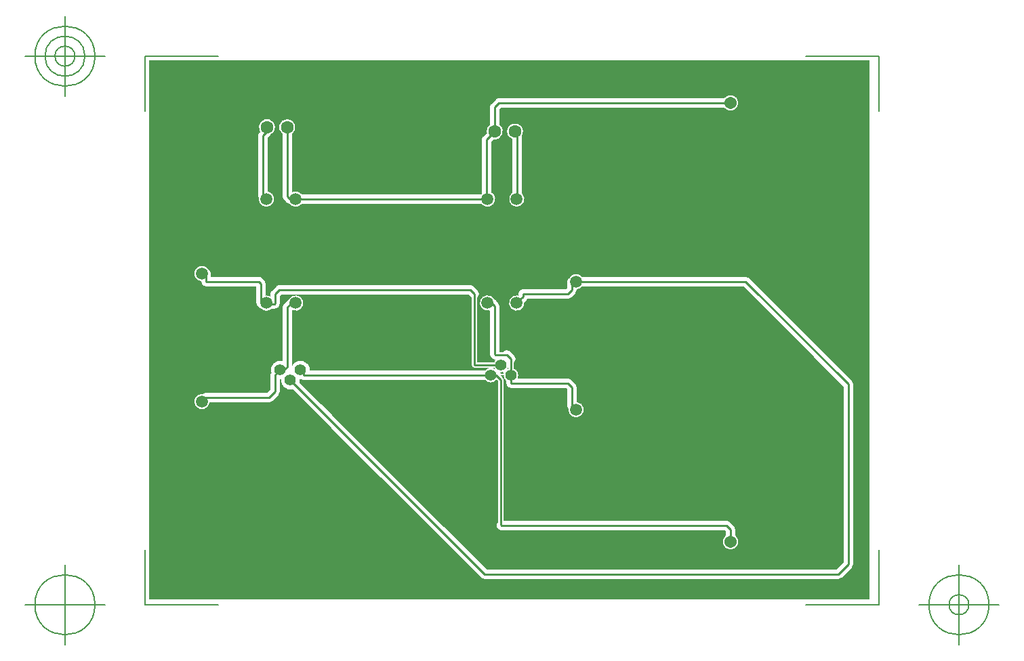
<source format=gbr>
G04 Generated by Ultiboard 14.2 *
%FSLAX24Y24*%
%MOIN*%

%ADD10C,0.0001*%
%ADD11C,0.0001*%
%ADD12C,0.0100*%
%ADD13C,0.0050*%
%ADD14C,0.0605*%
%ADD15C,0.0633*%
%ADD16C,0.0550*%
%ADD17C,0.0591*%


G04 ColorRGB 0000FF for the following layer *
%LNCopper Bottom*%
%LPD*%
G54D10*
G36*
X35400Y39299D02*
X35400Y39299D01*
X0Y39299D01*
X0Y12800D01*
X35400Y12800D01*
X35400Y39299D01*
D02*
G37*
%LPC*%
G36*
X17149Y16575D02*
X17149Y16575D01*
X17149Y23508D01*
X17106Y23551D01*
G74*
D01*
G02X17079Y23549I35J249*
G01*
G75*
D01*
G02X16521Y23549I-279J251*
G01*
X16521Y23549D01*
X7600Y23549D01*
G75*
D01*
G02X7486Y23576I0J251*
G01*
G75*
D01*
G02X7425Y23575I-36J474*
G01*
G75*
D01*
G02X7413Y23443I-475J-25*
G01*
X7413Y23443D01*
X8908Y21948D01*
X9248Y21608D01*
X16604Y14251D01*
X33796Y14251D01*
X34149Y14604D01*
X34149Y23246D01*
X29246Y28149D01*
X21305Y28149D01*
G74*
D01*
G02X21051Y28008I305J251*
G01*
X21051Y28008D01*
X21051Y28000D01*
G75*
D01*
G02X20978Y27822I-251J0*
G01*
X20978Y27822D01*
X20778Y27622D01*
G74*
D01*
G02X20683Y27563I178J178*
G01*
G75*
D01*
G02X20600Y27549I-83J237*
G01*
X20600Y27549D01*
X18623Y27549D01*
G74*
D01*
G02X18578Y27487I223J116*
G01*
X18578Y27487D01*
X18477Y27387D01*
G75*
D01*
G02X18122Y27743I-393J-38*
G01*
X18122Y27743D01*
X18149Y27770D01*
X18149Y27800D01*
G75*
D01*
G02X18400Y28051I251J0*
G01*
X18400Y28051D01*
X20496Y28051D01*
X20549Y28104D01*
X20549Y28400D01*
G74*
D01*
G02X20667Y28613I251J0*
G01*
G75*
D01*
G02X21305Y28651I333J-213*
G01*
X21305Y28651D01*
X29350Y28651D01*
G75*
D01*
G02X29395Y28647I0J-251*
G01*
G74*
D01*
G02X29528Y28578I45J247*
G01*
X29528Y28578D01*
X34578Y23528D01*
G74*
D01*
G02X34651Y23350I178J178*
G01*
X34651Y23350D01*
X34651Y14500D01*
G75*
D01*
G02X34578Y14322I-251J0*
G01*
X34578Y14322D01*
X34078Y13822D01*
G74*
D01*
G02X33900Y13749I178J178*
G01*
X33900Y13749D01*
X16500Y13749D01*
G75*
D01*
G02X16322Y13822I0J251*
G01*
X16322Y13822D01*
X9248Y20897D01*
X8196Y21948D01*
X8196Y21948D01*
X7057Y23087D01*
G75*
D01*
G02X6475Y23575I-107J463*
G01*
G74*
D01*
G02X6451Y23575I25J475*
G01*
X6451Y23575D01*
X6451Y23000D01*
G75*
D01*
G02X6378Y22822I-251J0*
G01*
X6378Y22822D01*
X6078Y22522D01*
G74*
D01*
G02X5974Y22460I178J178*
G01*
G75*
D01*
G02X5900Y22449I-74J240*
G01*
X5900Y22449D01*
X2992Y22449D01*
G75*
D01*
G02X2640Y22894I-392J52*
G01*
G74*
D01*
G02X2794Y22951I159J194*
G01*
X2799Y22951D01*
X2799Y22951D01*
X5796Y22951D01*
X5949Y23104D01*
X5949Y23800D01*
G75*
D01*
G02X5989Y23936I251J0*
G01*
G75*
D01*
G02X6549Y24515I461J114*
G01*
X6549Y24515D01*
X6549Y27139D01*
G75*
D01*
G02X6622Y27317I251J0*
G01*
X6622Y27317D01*
X6832Y27527D01*
G74*
D01*
G02X6877Y27562I178J178*
G01*
G75*
D01*
G02X7051Y26987I333J-213*
G01*
X7051Y26987D01*
X7051Y24309D01*
G75*
D01*
G02X7925Y24051I399J-259*
G01*
X7925Y24051D01*
X16521Y24051D01*
G74*
D01*
G02X16662Y24149I279J251*
G01*
X16662Y24149D01*
X16000Y24149D01*
G75*
D01*
G02X15849Y24300I0J151*
G01*
X15849Y24300D01*
X15849Y27599D01*
G74*
D01*
G02X15822Y27622I151J201*
G01*
X15822Y27622D01*
X15696Y27749D01*
X6504Y27749D01*
X6451Y27696D01*
X6451Y27329D01*
G75*
D01*
G02X6378Y27151I-251J0*
G01*
X6378Y27151D01*
X6349Y27122D01*
G74*
D01*
G02X6171Y27049I178J178*
G01*
X6171Y27049D01*
X6030Y27049D01*
G75*
D01*
G02X5502Y27060I-257J300*
G01*
G74*
D01*
G02X5401Y27122I76J240*
G01*
X5401Y27122D01*
X5322Y27201D01*
G75*
D01*
G02X5249Y27379I178J177*
G01*
X5249Y27379D01*
X5249Y28149D01*
X2800Y28149D01*
G75*
D01*
G02X2549Y28400I0J251*
G01*
X2549Y28400D01*
X2549Y28408D01*
G75*
D01*
G02X2933Y29013I51J392*
G01*
G74*
D01*
G02X3051Y28800I133J213*
G01*
X3051Y28800D01*
X3051Y28651D01*
X5400Y28651D01*
G75*
D01*
G02X5490Y28635I0J-251*
G01*
G74*
D01*
G02X5578Y28578I90J235*
G01*
X5578Y28578D01*
X5678Y28478D01*
G74*
D01*
G02X5751Y28300I178J178*
G01*
X5751Y28300D01*
X5751Y27744D01*
G75*
D01*
G02X5949Y27703I22J-395*
G01*
X5949Y27703D01*
X5949Y27799D01*
G75*
D01*
G02X6022Y27978I251J1*
G01*
X6022Y27978D01*
X6222Y28178D01*
G74*
D01*
G02X6363Y28249I178J178*
G01*
G75*
D01*
G02X6400Y28251I37J-249*
G01*
X6400Y28251D01*
X15800Y28251D01*
G75*
D01*
G02X15883Y28237I0J-251*
G01*
G74*
D01*
G02X15978Y28178I83J237*
G01*
X15978Y28178D01*
X16178Y27978D01*
G75*
D01*
G02X16151Y27599I-178J-178*
G01*
X16151Y27599D01*
X16151Y24451D01*
X16956Y24451D01*
G74*
D01*
G02X17019Y24549I344J151*
G01*
G74*
D01*
G02X16851Y24622I10J251*
G01*
X16851Y24622D01*
X16822Y24651D01*
G75*
D01*
G02X16749Y24830I178J178*
G01*
X16749Y24830D01*
X16749Y26967D01*
G75*
D01*
G02X16980Y27562I-102J382*
G01*
G74*
D01*
G02X17025Y27527I133J213*
G01*
X17025Y27527D01*
X17178Y27374D01*
G74*
D01*
G02X17251Y27196I178J178*
G01*
X17251Y27196D01*
X17251Y24951D01*
X17399Y24951D01*
G75*
D01*
G02X17778Y24978I201J-151*
G01*
X17778Y24978D01*
X17978Y24778D01*
G75*
D01*
G02X17951Y24399I-178J-178*
G01*
X17951Y24399D01*
X17951Y24144D01*
G75*
D01*
G02X18145Y23651I-151J-344*
G01*
X18145Y23651D01*
X20600Y23651D01*
G75*
D01*
G02X20683Y23637I0J-251*
G01*
G74*
D01*
G02X20778Y23578I83J237*
G01*
X20778Y23578D01*
X20978Y23378D01*
G74*
D01*
G02X21051Y23200I178J178*
G01*
X21051Y23200D01*
X21051Y22493D01*
G75*
D01*
G02X20606Y22140I-51J-392*
G01*
G75*
D01*
G02X20549Y22301I194J161*
G01*
X20549Y22301D01*
X20549Y23096D01*
X20496Y23149D01*
X17800Y23149D01*
G75*
D01*
G02X17549Y23400I0J251*
G01*
X17549Y23400D01*
X17549Y23521D01*
G74*
D01*
G02X17425Y23800I251J279*
G01*
X17425Y23800D01*
X17322Y23800D01*
G74*
D01*
G02X17320Y23765I251J0*
G01*
X17320Y23765D01*
X17407Y23678D01*
G74*
D01*
G02X17451Y23571I107J107*
G01*
X17451Y23571D01*
X17451Y16651D01*
X28400Y16651D01*
G75*
D01*
G02X28483Y16637I0J-251*
G01*
G74*
D01*
G02X28578Y16578I83J237*
G01*
X28578Y16578D01*
X28778Y16378D01*
G74*
D01*
G02X28851Y16200I178J178*
G01*
X28851Y16200D01*
X28851Y15915D01*
G75*
D01*
G02X28349Y15915I-251J-315*
G01*
X28349Y15915D01*
X28349Y16096D01*
X28296Y16149D01*
X17329Y16149D01*
G75*
D01*
G02X17149Y16575I0J251*
G01*
D02*
G37*
G36*
X17200Y37451D02*
X17200Y37451D01*
X28285Y37451D01*
G75*
D01*
G02X28285Y36949I315J-251*
G01*
X28285Y36949D01*
X17304Y36949D01*
X17251Y36896D01*
X17251Y36133D01*
G75*
D01*
G02X16943Y35387I-251J-333*
G01*
X16943Y35387D01*
X16851Y35296D01*
X16851Y32806D01*
G75*
D01*
G02X16341Y32216I-204J-339*
G01*
X16341Y32216D01*
X7515Y32216D01*
G75*
D01*
G02X6903Y32217I-305J251*
G01*
G74*
D01*
G02X6751Y32289I26J250*
G01*
X6751Y32289D01*
X6622Y32419D01*
G75*
D01*
G02X6549Y32597I178J177*
G01*
X6549Y32597D01*
X6549Y35667D01*
G75*
D01*
G02X7051Y35667I251J333*
G01*
X7051Y35667D01*
X7051Y32830D01*
G75*
D01*
G02X7515Y32719I159J-363*
G01*
X7515Y32719D01*
X16341Y32719D01*
G74*
D01*
G02X16349Y32727I306J252*
G01*
X16349Y32727D01*
X16349Y35399D01*
G75*
D01*
G02X16422Y35578I251J1*
G01*
X16422Y35578D01*
X16587Y35743D01*
G75*
D01*
G02X16749Y36133I413J57*
G01*
X16749Y36133D01*
X16749Y36999D01*
G75*
D01*
G02X16822Y37178I251J1*
G01*
X16822Y37178D01*
X17022Y37378D01*
G74*
D01*
G02X17163Y37449I178J178*
G01*
G75*
D01*
G02X17200Y37451I37J-249*
G01*
D02*
G37*
G36*
X17849Y35412D02*
G75*
D01*
G02X18351Y35576I151J388*
G01*
X18351Y35576D01*
X18351Y32758D01*
G75*
D01*
G02X17849Y32785I-267J-291*
G01*
X17849Y32785D01*
X17849Y35412D01*
D02*
G37*
G36*
X5979Y35623D02*
X5978Y35622D01*
X5978Y35622D01*
X5851Y35496D01*
X5851Y32855D01*
G75*
D01*
G02X5380Y32517I-78J-388*
G01*
G75*
D01*
G02X5349Y32640I220J123*
G01*
X5349Y32640D01*
X5349Y35599D01*
G75*
D01*
G02X5422Y35778I251J1*
G01*
X5422Y35778D01*
X5438Y35793D01*
G75*
D01*
G02X5979Y35623I362J207*
G01*
D02*
G37*
%LPD*%
G36*
X17289Y23925D02*
G74*
D01*
G02X17301Y23900I218J125*
G01*
X17301Y23900D01*
X17400Y23900D01*
X17400Y23938D01*
G75*
D01*
G02X17289Y23925I-100J362*
G01*
D02*
G37*
G36*
X16938Y24149D02*
G74*
D01*
G02X16961Y24139I138J349*
G01*
G74*
D01*
G02X16956Y24149I339J161*
G01*
X16956Y24149D01*
X16938Y24149D01*
D02*
G37*
G36*
X17649Y24162D02*
X17649Y24162D01*
X17649Y24144D01*
G74*
D01*
G03X17639Y24139I151J344*
G01*
G74*
D01*
G03X17649Y24162I339J161*
G01*
D02*
G37*
G54D11*
X16938Y24149D02*
G74*
D01*
G02X16961Y24139I138J349*
G01*
G74*
D01*
G02X16956Y24149I339J161*
G01*
X16938Y24149D01*
X17149Y16575D02*
X17149Y23508D01*
X17106Y23551D01*
G74*
D01*
G02X17079Y23549I35J249*
G01*
G75*
D01*
G02X16521Y23549I-279J251*
G01*
X7600Y23549D01*
G75*
D01*
G02X7486Y23576I0J251*
G01*
G75*
D01*
G02X7425Y23575I-36J474*
G01*
G75*
D01*
G02X7413Y23443I-475J-25*
G01*
X8908Y21948D01*
X9248Y21608D01*
X16604Y14251D01*
X33796Y14251D01*
X34149Y14604D01*
X34149Y23246D01*
X29246Y28149D01*
X21305Y28149D01*
G74*
D01*
G02X21051Y28008I305J251*
G01*
X21051Y28000D01*
G75*
D01*
G02X20978Y27822I-251J0*
G01*
X20778Y27622D01*
G74*
D01*
G02X20683Y27563I178J178*
G01*
G75*
D01*
G02X20600Y27549I-83J237*
G01*
X18623Y27549D01*
G74*
D01*
G02X18578Y27487I223J116*
G01*
X18477Y27387D01*
G75*
D01*
G02X18122Y27743I-393J-38*
G01*
X18149Y27770D01*
X18149Y27800D01*
G75*
D01*
G02X18400Y28051I251J0*
G01*
X20496Y28051D01*
X20549Y28104D01*
X20549Y28400D01*
G74*
D01*
G02X20667Y28613I251J0*
G01*
G75*
D01*
G02X21305Y28651I333J-213*
G01*
X29350Y28651D01*
G75*
D01*
G02X29395Y28647I0J-251*
G01*
G74*
D01*
G02X29528Y28578I45J247*
G01*
X34578Y23528D01*
G74*
D01*
G02X34651Y23350I178J178*
G01*
X34651Y14500D01*
G75*
D01*
G02X34578Y14322I-251J0*
G01*
X34078Y13822D01*
G74*
D01*
G02X33900Y13749I178J178*
G01*
X16500Y13749D01*
G75*
D01*
G02X16322Y13822I0J251*
G01*
X9248Y20897D01*
X8196Y21948D01*
X8196Y21948D01*
X7057Y23087D01*
G75*
D01*
G02X6475Y23575I-107J463*
G01*
G74*
D01*
G02X6451Y23575I25J475*
G01*
X6451Y23000D01*
G75*
D01*
G02X6378Y22822I-251J0*
G01*
X6078Y22522D01*
G74*
D01*
G02X5974Y22460I178J178*
G01*
G75*
D01*
G02X5900Y22449I-74J240*
G01*
X2992Y22449D01*
G75*
D01*
G02X2640Y22894I-392J52*
G01*
G74*
D01*
G02X2794Y22951I159J194*
G01*
X2799Y22951D01*
X5796Y22951D01*
X5949Y23104D01*
X5949Y23800D01*
G75*
D01*
G02X5989Y23936I251J0*
G01*
G75*
D01*
G02X6549Y24515I461J114*
G01*
X6549Y27139D01*
G75*
D01*
G02X6622Y27317I251J0*
G01*
X6832Y27527D01*
G74*
D01*
G02X6877Y27562I178J178*
G01*
G75*
D01*
G02X7051Y26987I333J-213*
G01*
X7051Y24309D01*
G75*
D01*
G02X7925Y24051I399J-259*
G01*
X16521Y24051D01*
G74*
D01*
G02X16662Y24149I279J251*
G01*
X16000Y24149D01*
G75*
D01*
G02X15849Y24300I0J151*
G01*
X15849Y27599D01*
G74*
D01*
G02X15822Y27622I151J201*
G01*
X15696Y27749D01*
X6504Y27749D01*
X6451Y27696D01*
X6451Y27329D01*
G75*
D01*
G02X6378Y27151I-251J0*
G01*
X6349Y27122D01*
G74*
D01*
G02X6171Y27049I178J178*
G01*
X6030Y27049D01*
G75*
D01*
G02X5502Y27060I-257J300*
G01*
G74*
D01*
G02X5401Y27122I76J240*
G01*
X5322Y27201D01*
G75*
D01*
G02X5249Y27379I178J177*
G01*
X5249Y28149D01*
X2800Y28149D01*
G75*
D01*
G02X2549Y28400I0J251*
G01*
X2549Y28408D01*
G75*
D01*
G02X2933Y29013I51J392*
G01*
G74*
D01*
G02X3051Y28800I133J213*
G01*
X3051Y28651D01*
X5400Y28651D01*
G75*
D01*
G02X5490Y28635I0J-251*
G01*
G74*
D01*
G02X5578Y28578I90J235*
G01*
X5678Y28478D01*
G74*
D01*
G02X5751Y28300I178J178*
G01*
X5751Y27744D01*
G75*
D01*
G02X5949Y27703I22J-395*
G01*
X5949Y27799D01*
G75*
D01*
G02X6022Y27978I251J1*
G01*
X6222Y28178D01*
G74*
D01*
G02X6363Y28249I178J178*
G01*
G75*
D01*
G02X6400Y28251I37J-249*
G01*
X15800Y28251D01*
G75*
D01*
G02X15883Y28237I0J-251*
G01*
G74*
D01*
G02X15978Y28178I83J237*
G01*
X16178Y27978D01*
G75*
D01*
G02X16151Y27599I-178J-178*
G01*
X16151Y24451D01*
X16956Y24451D01*
G74*
D01*
G02X17019Y24549I344J151*
G01*
G74*
D01*
G02X16851Y24622I10J251*
G01*
X16822Y24651D01*
G75*
D01*
G02X16749Y24830I178J178*
G01*
X16749Y26967D01*
G75*
D01*
G02X16980Y27562I-102J382*
G01*
G74*
D01*
G02X17025Y27527I133J213*
G01*
X17178Y27374D01*
G74*
D01*
G02X17251Y27196I178J178*
G01*
X17251Y24951D01*
X17399Y24951D01*
G75*
D01*
G02X17778Y24978I201J-151*
G01*
X17978Y24778D01*
G75*
D01*
G02X17951Y24399I-178J-178*
G01*
X17951Y24144D01*
G75*
D01*
G02X18145Y23651I-151J-344*
G01*
X20600Y23651D01*
G75*
D01*
G02X20683Y23637I0J-251*
G01*
G74*
D01*
G02X20778Y23578I83J237*
G01*
X20978Y23378D01*
G74*
D01*
G02X21051Y23200I178J178*
G01*
X21051Y22493D01*
G75*
D01*
G02X20606Y22140I-51J-392*
G01*
G75*
D01*
G02X20549Y22301I194J161*
G01*
X20549Y23096D01*
X20496Y23149D01*
X17800Y23149D01*
G75*
D01*
G02X17549Y23400I0J251*
G01*
X17549Y23521D01*
G74*
D01*
G02X17425Y23800I251J279*
G01*
X17322Y23800D01*
G74*
D01*
G02X17320Y23765I251J0*
G01*
X17407Y23678D01*
G74*
D01*
G02X17451Y23571I107J107*
G01*
X17451Y16651D01*
X28400Y16651D01*
G75*
D01*
G02X28483Y16637I0J-251*
G01*
G74*
D01*
G02X28578Y16578I83J237*
G01*
X28778Y16378D01*
G74*
D01*
G02X28851Y16200I178J178*
G01*
X28851Y15915D01*
G75*
D01*
G02X28349Y15915I-251J-315*
G01*
X28349Y16096D01*
X28296Y16149D01*
X17329Y16149D01*
G75*
D01*
G02X17149Y16575I0J251*
G01*
X17200Y37451D02*
X28285Y37451D01*
G75*
D01*
G02X28285Y36949I315J-251*
G01*
X17304Y36949D01*
X17251Y36896D01*
X17251Y36133D01*
G75*
D01*
G02X16943Y35387I-251J-333*
G01*
X16851Y35296D01*
X16851Y32806D01*
G75*
D01*
G02X16341Y32216I-204J-339*
G01*
X7515Y32216D01*
G75*
D01*
G02X6903Y32217I-305J251*
G01*
G74*
D01*
G02X6751Y32289I26J250*
G01*
X6622Y32419D01*
G75*
D01*
G02X6549Y32597I178J177*
G01*
X6549Y35667D01*
G75*
D01*
G02X7051Y35667I251J333*
G01*
X7051Y32830D01*
G75*
D01*
G02X7515Y32719I159J-363*
G01*
X16341Y32719D01*
G74*
D01*
G02X16349Y32727I306J252*
G01*
X16349Y35399D01*
G75*
D01*
G02X16422Y35578I251J1*
G01*
X16587Y35743D01*
G75*
D01*
G02X16749Y36133I413J57*
G01*
X16749Y36999D01*
G75*
D01*
G02X16822Y37178I251J1*
G01*
X17022Y37378D01*
G74*
D01*
G02X17163Y37449I178J178*
G01*
G75*
D01*
G02X17200Y37451I37J-249*
G01*
X17849Y35412D02*
G75*
D01*
G02X18351Y35576I151J388*
G01*
X18351Y32758D01*
G75*
D01*
G02X17849Y32785I-267J-291*
G01*
X17849Y35412D01*
X5979Y35623D02*
X5978Y35622D01*
X5851Y35496D01*
X5851Y32855D01*
G75*
D01*
G02X5380Y32517I-78J-388*
G01*
G75*
D01*
G02X5349Y32640I220J123*
G01*
X5349Y35599D01*
G75*
D01*
G02X5422Y35778I251J1*
G01*
X5438Y35793D01*
G75*
D01*
G02X5979Y35623I362J207*
G01*
X35400Y39299D02*
X0Y39299D01*
X0Y12800D01*
X35400Y12800D01*
X35400Y39299D01*
X17649Y24162D02*
X17649Y24144D01*
G74*
D01*
G03X17639Y24139I151J344*
G01*
G74*
D01*
G03X17649Y24162I339J161*
G01*
X17289Y23925D02*
G74*
D01*
G02X17301Y23900I218J125*
G01*
X17400Y23900D01*
X17400Y23938D01*
G75*
D01*
G02X17289Y23925I-100J362*
G01*
G54D12*
X5400Y28400D02*
X2800Y28400D01*
X21000Y22101D02*
X20800Y22301D01*
X20800Y23200D01*
X20600Y23400D01*
X17800Y23400D01*
X17800Y23800D01*
X17800Y24600D02*
X17600Y24800D01*
X6450Y24050D02*
X6200Y23800D01*
X6200Y23000D01*
X6800Y24200D02*
X6650Y24050D01*
X6450Y24050D01*
X2800Y28400D02*
X2800Y28800D01*
X2600Y28800D01*
X28600Y15600D02*
X28600Y16200D01*
X28400Y16400D01*
X21000Y28400D02*
X20800Y28400D01*
X20800Y28000D01*
X20600Y27800D01*
X18400Y27800D01*
X18400Y27665D01*
X18084Y27349D01*
X16800Y23800D02*
X7600Y23800D01*
X7600Y23900D01*
X7450Y24050D01*
X16647Y32467D02*
X16267Y32467D01*
X16000Y27800D02*
X15800Y28000D01*
X6400Y28000D01*
X6200Y27800D01*
X5800Y36000D02*
X5800Y35800D01*
X5600Y35600D01*
X5600Y32640D01*
X5773Y32467D01*
X6800Y35800D02*
X6800Y36000D01*
X6950Y23550D02*
X16500Y14000D01*
X33900Y14000D01*
X34400Y14500D01*
X34400Y23350D01*
X29350Y28400D01*
X21000Y28400D01*
X16847Y27349D02*
X16647Y27349D01*
X17000Y24829D02*
X17029Y24800D01*
X17000Y27196D02*
X16847Y27349D01*
X17000Y24829D02*
X17000Y27196D01*
X17600Y24800D02*
X17029Y24800D01*
X17800Y23800D02*
X17800Y24600D01*
X17071Y23800D02*
X16800Y23800D01*
X17300Y16429D02*
X17329Y16400D01*
X17300Y23571D02*
X17071Y23800D01*
X28400Y16400D02*
X17329Y16400D01*
X17300Y16429D02*
X17300Y23571D01*
X16600Y35400D02*
X16600Y32514D01*
X16647Y32467D01*
X17000Y35800D02*
X16600Y35400D01*
X16267Y32467D02*
X7410Y32467D01*
X6800Y32596D02*
X6929Y32467D01*
X7410Y32467D01*
X6800Y32596D02*
X6800Y35800D01*
X17200Y37200D02*
X17000Y37000D01*
X17000Y35800D01*
X28600Y37200D02*
X17200Y37200D01*
X18100Y35700D02*
X18100Y32483D01*
X18084Y32467D01*
X18100Y35700D02*
X18000Y35800D01*
X16000Y24300D02*
X17300Y24300D01*
X16000Y24300D02*
X16000Y27800D01*
X2799Y22700D02*
X5900Y22700D01*
X2799Y22700D02*
X2600Y22501D01*
X6200Y23000D02*
X5900Y22700D01*
X5500Y28300D02*
X5400Y28400D01*
X5500Y27378D02*
X5500Y28300D01*
X6171Y27300D02*
X6200Y27329D01*
X5500Y27378D02*
X5578Y27300D01*
X6200Y27800D02*
X6200Y27329D01*
X6171Y27300D02*
X5578Y27300D01*
X7010Y27349D02*
X6800Y27139D01*
X7010Y27349D02*
X7210Y27349D01*
X6800Y27139D02*
X6800Y24200D01*
G54D13*
X-200Y12500D02*
X-200Y15200D01*
X-200Y12500D02*
X3410Y12500D01*
X35900Y12500D02*
X32290Y12500D01*
X35900Y12500D02*
X35900Y15200D01*
X35900Y39500D02*
X35900Y36800D01*
X35900Y39500D02*
X32290Y39500D01*
X-200Y39500D02*
X3410Y39500D01*
X-200Y39500D02*
X-200Y36800D01*
X-2169Y12500D02*
X-6106Y12500D01*
X-4137Y10531D02*
X-4137Y14468D01*
X-5614Y12500D02*
G75*
D01*
G02X-5614Y12500I1477J0*
G01*
X37869Y12500D02*
X41806Y12500D01*
X39837Y10531D02*
X39837Y14468D01*
X38361Y12500D02*
G75*
D01*
G02X38361Y12500I1476J0*
G01*
X39345Y12500D02*
G75*
D01*
G02X39345Y12500I492J0*
G01*
X-2169Y39500D02*
X-6106Y39500D01*
X-4137Y37531D02*
X-4137Y41469D01*
X-5614Y39500D02*
G75*
D01*
G02X-5614Y39500I1477J0*
G01*
X-5122Y39500D02*
G75*
D01*
G02X-5122Y39500I985J0*
G01*
X-4630Y39500D02*
G75*
D01*
G02X-4630Y39500I493J0*
G01*
G54D14*
X28600Y37200D03*
X28600Y15600D03*
G54D15*
X6800Y36000D03*
X5800Y36000D03*
X17000Y35800D03*
X18000Y35800D03*
G54D16*
X6950Y23550D03*
X6450Y24050D03*
X7450Y24050D03*
X16800Y23800D03*
X17800Y23800D03*
X17300Y24300D03*
G54D17*
X2600Y28800D03*
X2600Y22501D03*
X5773Y27349D03*
X5773Y32467D03*
X7210Y27349D03*
X7210Y32467D03*
X18084Y32467D03*
X18084Y27349D03*
X16647Y27349D03*
X16647Y32467D03*
X21000Y22101D03*
X21000Y28400D03*

M02*

</source>
